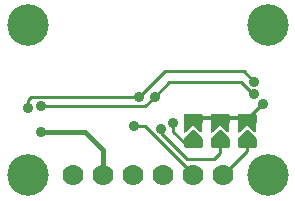
<source format=gbr>
G04 EAGLE Gerber RS-274X export*
G75*
%MOMM*%
%FSLAX34Y34*%
%LPD*%
%INBottom Copper*%
%IPPOS*%
%AMOC8*
5,1,8,0,0,1.08239X$1,22.5*%
G01*
%ADD10C,1.778000*%
%ADD11C,3.516000*%
%ADD12C,0.381000*%
%ADD13C,0.889000*%
%ADD14C,0.406400*%
%ADD15C,0.254000*%
%ADD16C,0.304800*%

G36*
X172063Y61722D02*
X172063Y61722D01*
X172082Y61721D01*
X172201Y61752D01*
X172321Y61779D01*
X172338Y61788D01*
X172357Y61793D01*
X172463Y61856D01*
X172571Y61915D01*
X172585Y61928D01*
X172602Y61939D01*
X172686Y62028D01*
X172773Y62114D01*
X172783Y62131D01*
X172796Y62146D01*
X172852Y62255D01*
X172912Y62362D01*
X172917Y62381D01*
X172926Y62399D01*
X172938Y62472D01*
X172977Y62639D01*
X172975Y62690D01*
X172981Y62730D01*
X172981Y76430D01*
X172973Y76488D01*
X172975Y76546D01*
X172953Y76628D01*
X172941Y76712D01*
X172918Y76765D01*
X172903Y76821D01*
X172860Y76894D01*
X172825Y76971D01*
X172787Y77016D01*
X172758Y77066D01*
X172696Y77124D01*
X172642Y77188D01*
X172593Y77220D01*
X172550Y77260D01*
X172475Y77299D01*
X172405Y77346D01*
X172349Y77363D01*
X172297Y77390D01*
X172229Y77401D01*
X172134Y77431D01*
X172034Y77434D01*
X171966Y77445D01*
X158234Y77445D01*
X158176Y77437D01*
X158118Y77439D01*
X158036Y77417D01*
X157953Y77405D01*
X157899Y77382D01*
X157843Y77367D01*
X157770Y77324D01*
X157693Y77289D01*
X157648Y77251D01*
X157598Y77222D01*
X157540Y77160D01*
X157476Y77106D01*
X157444Y77057D01*
X157404Y77014D01*
X157365Y76939D01*
X157319Y76869D01*
X157301Y76813D01*
X157274Y76761D01*
X157263Y76693D01*
X157233Y76598D01*
X157230Y76498D01*
X157219Y76430D01*
X157219Y62730D01*
X157222Y62711D01*
X157220Y62691D01*
X157241Y62570D01*
X157259Y62449D01*
X157267Y62431D01*
X157270Y62411D01*
X157325Y62301D01*
X157375Y62189D01*
X157388Y62174D01*
X157396Y62156D01*
X157479Y62066D01*
X157559Y61972D01*
X157575Y61961D01*
X157588Y61947D01*
X157693Y61883D01*
X157795Y61815D01*
X157814Y61809D01*
X157831Y61798D01*
X157949Y61766D01*
X158066Y61729D01*
X158086Y61728D01*
X158105Y61723D01*
X158227Y61725D01*
X158350Y61721D01*
X158369Y61726D01*
X158389Y61727D01*
X158507Y61762D01*
X158625Y61793D01*
X158642Y61803D01*
X158661Y61809D01*
X158722Y61851D01*
X158870Y61939D01*
X158905Y61976D01*
X158938Y61999D01*
X165100Y67933D01*
X171262Y61999D01*
X171278Y61987D01*
X171291Y61972D01*
X171393Y61904D01*
X171492Y61832D01*
X171511Y61825D01*
X171527Y61815D01*
X171644Y61777D01*
X171760Y61736D01*
X171779Y61735D01*
X171798Y61729D01*
X171921Y61726D01*
X172043Y61718D01*
X172063Y61722D01*
G37*
G36*
X194923Y61722D02*
X194923Y61722D01*
X194942Y61721D01*
X195061Y61752D01*
X195181Y61779D01*
X195198Y61788D01*
X195217Y61793D01*
X195323Y61856D01*
X195431Y61915D01*
X195445Y61928D01*
X195462Y61939D01*
X195546Y62028D01*
X195633Y62114D01*
X195643Y62131D01*
X195656Y62146D01*
X195712Y62255D01*
X195772Y62362D01*
X195777Y62381D01*
X195786Y62399D01*
X195798Y62472D01*
X195837Y62639D01*
X195835Y62690D01*
X195841Y62730D01*
X195841Y76430D01*
X195833Y76488D01*
X195835Y76546D01*
X195813Y76628D01*
X195801Y76712D01*
X195778Y76765D01*
X195763Y76821D01*
X195720Y76894D01*
X195685Y76971D01*
X195647Y77016D01*
X195618Y77066D01*
X195556Y77124D01*
X195502Y77188D01*
X195453Y77220D01*
X195410Y77260D01*
X195335Y77299D01*
X195265Y77346D01*
X195209Y77363D01*
X195157Y77390D01*
X195089Y77401D01*
X194994Y77431D01*
X194894Y77434D01*
X194826Y77445D01*
X181094Y77445D01*
X181036Y77437D01*
X180978Y77439D01*
X180896Y77417D01*
X180813Y77405D01*
X180759Y77382D01*
X180703Y77367D01*
X180630Y77324D01*
X180553Y77289D01*
X180508Y77251D01*
X180458Y77222D01*
X180400Y77160D01*
X180336Y77106D01*
X180304Y77057D01*
X180264Y77014D01*
X180225Y76939D01*
X180179Y76869D01*
X180161Y76813D01*
X180134Y76761D01*
X180123Y76693D01*
X180093Y76598D01*
X180090Y76498D01*
X180079Y76430D01*
X180079Y62730D01*
X180082Y62711D01*
X180080Y62691D01*
X180101Y62570D01*
X180119Y62449D01*
X180127Y62431D01*
X180130Y62411D01*
X180185Y62301D01*
X180235Y62189D01*
X180248Y62174D01*
X180256Y62156D01*
X180339Y62066D01*
X180419Y61972D01*
X180435Y61961D01*
X180448Y61947D01*
X180553Y61883D01*
X180655Y61815D01*
X180674Y61809D01*
X180691Y61798D01*
X180809Y61766D01*
X180926Y61729D01*
X180946Y61728D01*
X180965Y61723D01*
X181087Y61725D01*
X181210Y61721D01*
X181229Y61726D01*
X181249Y61727D01*
X181367Y61762D01*
X181485Y61793D01*
X181502Y61803D01*
X181521Y61809D01*
X181582Y61851D01*
X181730Y61939D01*
X181765Y61976D01*
X181798Y61999D01*
X187960Y67933D01*
X194122Y61999D01*
X194138Y61987D01*
X194151Y61972D01*
X194253Y61904D01*
X194352Y61832D01*
X194371Y61825D01*
X194387Y61815D01*
X194504Y61777D01*
X194620Y61736D01*
X194639Y61735D01*
X194658Y61729D01*
X194781Y61726D01*
X194903Y61718D01*
X194923Y61722D01*
G37*
G36*
X217783Y61722D02*
X217783Y61722D01*
X217802Y61721D01*
X217921Y61752D01*
X218041Y61779D01*
X218058Y61788D01*
X218077Y61793D01*
X218183Y61856D01*
X218291Y61915D01*
X218305Y61928D01*
X218322Y61939D01*
X218406Y62028D01*
X218493Y62114D01*
X218503Y62131D01*
X218516Y62146D01*
X218572Y62255D01*
X218632Y62362D01*
X218637Y62381D01*
X218646Y62399D01*
X218658Y62472D01*
X218697Y62639D01*
X218695Y62690D01*
X218701Y62730D01*
X218701Y76430D01*
X218693Y76488D01*
X218695Y76546D01*
X218673Y76628D01*
X218661Y76712D01*
X218638Y76765D01*
X218623Y76821D01*
X218580Y76894D01*
X218545Y76971D01*
X218507Y77016D01*
X218478Y77066D01*
X218416Y77124D01*
X218362Y77188D01*
X218313Y77220D01*
X218270Y77260D01*
X218195Y77299D01*
X218125Y77346D01*
X218069Y77363D01*
X218017Y77390D01*
X217949Y77401D01*
X217854Y77431D01*
X217754Y77434D01*
X217686Y77445D01*
X203954Y77445D01*
X203896Y77437D01*
X203838Y77439D01*
X203756Y77417D01*
X203673Y77405D01*
X203619Y77382D01*
X203563Y77367D01*
X203490Y77324D01*
X203413Y77289D01*
X203368Y77251D01*
X203318Y77222D01*
X203260Y77160D01*
X203196Y77106D01*
X203164Y77057D01*
X203124Y77014D01*
X203085Y76939D01*
X203039Y76869D01*
X203021Y76813D01*
X202994Y76761D01*
X202983Y76693D01*
X202953Y76598D01*
X202950Y76498D01*
X202939Y76430D01*
X202939Y62730D01*
X202942Y62711D01*
X202940Y62691D01*
X202961Y62570D01*
X202979Y62449D01*
X202987Y62431D01*
X202990Y62411D01*
X203045Y62301D01*
X203095Y62189D01*
X203108Y62174D01*
X203116Y62156D01*
X203199Y62066D01*
X203279Y61972D01*
X203295Y61961D01*
X203308Y61947D01*
X203413Y61883D01*
X203515Y61815D01*
X203534Y61809D01*
X203551Y61798D01*
X203669Y61766D01*
X203786Y61729D01*
X203806Y61728D01*
X203825Y61723D01*
X203947Y61725D01*
X204070Y61721D01*
X204089Y61726D01*
X204109Y61727D01*
X204227Y61762D01*
X204345Y61793D01*
X204362Y61803D01*
X204381Y61809D01*
X204442Y61851D01*
X204590Y61939D01*
X204625Y61976D01*
X204658Y61999D01*
X210820Y67933D01*
X216982Y61999D01*
X216998Y61987D01*
X217011Y61972D01*
X217113Y61904D01*
X217212Y61832D01*
X217231Y61825D01*
X217247Y61815D01*
X217364Y61777D01*
X217480Y61736D01*
X217499Y61735D01*
X217518Y61729D01*
X217641Y61726D01*
X217763Y61718D01*
X217783Y61722D01*
G37*
G36*
X172024Y49563D02*
X172024Y49563D01*
X172082Y49561D01*
X172164Y49583D01*
X172248Y49595D01*
X172301Y49619D01*
X172357Y49633D01*
X172430Y49676D01*
X172507Y49711D01*
X172552Y49749D01*
X172602Y49779D01*
X172660Y49840D01*
X172724Y49895D01*
X172756Y49943D01*
X172796Y49986D01*
X172835Y50061D01*
X172882Y50131D01*
X172899Y50187D01*
X172926Y50239D01*
X172937Y50307D01*
X172967Y50402D01*
X172970Y50502D01*
X172981Y50570D01*
X172981Y56785D01*
X172966Y56890D01*
X172959Y56997D01*
X172947Y57031D01*
X172941Y57067D01*
X172898Y57164D01*
X172861Y57264D01*
X172842Y57289D01*
X172825Y57326D01*
X172692Y57484D01*
X172656Y57530D01*
X165790Y63896D01*
X165758Y63918D01*
X165731Y63946D01*
X165642Y63999D01*
X165557Y64058D01*
X165520Y64070D01*
X165486Y64090D01*
X165386Y64116D01*
X165288Y64149D01*
X165248Y64151D01*
X165210Y64160D01*
X165107Y64157D01*
X165004Y64162D01*
X164965Y64152D01*
X164926Y64151D01*
X164828Y64119D01*
X164727Y64095D01*
X164693Y64076D01*
X164655Y64064D01*
X164592Y64019D01*
X164480Y63955D01*
X164428Y63901D01*
X164382Y63869D01*
X157516Y57003D01*
X157464Y56933D01*
X157404Y56869D01*
X157378Y56820D01*
X157345Y56776D01*
X157314Y56694D01*
X157274Y56616D01*
X157266Y56569D01*
X157244Y56510D01*
X157232Y56362D01*
X157219Y56285D01*
X157219Y50570D01*
X157227Y50512D01*
X157225Y50454D01*
X157247Y50372D01*
X157259Y50289D01*
X157283Y50235D01*
X157297Y50179D01*
X157340Y50106D01*
X157375Y50029D01*
X157413Y49984D01*
X157443Y49934D01*
X157504Y49876D01*
X157559Y49812D01*
X157607Y49780D01*
X157650Y49740D01*
X157725Y49701D01*
X157795Y49655D01*
X157851Y49637D01*
X157903Y49610D01*
X157971Y49599D01*
X158066Y49569D01*
X158166Y49566D01*
X158234Y49555D01*
X171966Y49555D01*
X172024Y49563D01*
G37*
G36*
X194884Y49563D02*
X194884Y49563D01*
X194942Y49561D01*
X195024Y49583D01*
X195108Y49595D01*
X195161Y49619D01*
X195217Y49633D01*
X195290Y49676D01*
X195367Y49711D01*
X195412Y49749D01*
X195462Y49779D01*
X195520Y49840D01*
X195584Y49895D01*
X195616Y49943D01*
X195656Y49986D01*
X195695Y50061D01*
X195742Y50131D01*
X195759Y50187D01*
X195786Y50239D01*
X195797Y50307D01*
X195827Y50402D01*
X195830Y50502D01*
X195841Y50570D01*
X195841Y56785D01*
X195826Y56890D01*
X195819Y56997D01*
X195807Y57031D01*
X195801Y57067D01*
X195758Y57164D01*
X195721Y57264D01*
X195702Y57289D01*
X195685Y57326D01*
X195552Y57484D01*
X195516Y57530D01*
X188650Y63896D01*
X188618Y63918D01*
X188591Y63946D01*
X188502Y63999D01*
X188417Y64058D01*
X188380Y64070D01*
X188346Y64090D01*
X188246Y64116D01*
X188148Y64149D01*
X188108Y64151D01*
X188070Y64160D01*
X187967Y64157D01*
X187864Y64162D01*
X187825Y64152D01*
X187786Y64151D01*
X187688Y64119D01*
X187587Y64095D01*
X187553Y64076D01*
X187515Y64064D01*
X187452Y64019D01*
X187340Y63955D01*
X187288Y63901D01*
X187242Y63869D01*
X180376Y57003D01*
X180324Y56933D01*
X180264Y56869D01*
X180238Y56820D01*
X180205Y56776D01*
X180174Y56694D01*
X180134Y56616D01*
X180126Y56569D01*
X180104Y56510D01*
X180092Y56362D01*
X180079Y56285D01*
X180079Y50570D01*
X180087Y50512D01*
X180085Y50454D01*
X180107Y50372D01*
X180119Y50289D01*
X180143Y50235D01*
X180157Y50179D01*
X180200Y50106D01*
X180235Y50029D01*
X180273Y49984D01*
X180303Y49934D01*
X180364Y49876D01*
X180419Y49812D01*
X180467Y49780D01*
X180510Y49740D01*
X180585Y49701D01*
X180655Y49655D01*
X180711Y49637D01*
X180763Y49610D01*
X180831Y49599D01*
X180926Y49569D01*
X181026Y49566D01*
X181094Y49555D01*
X194826Y49555D01*
X194884Y49563D01*
G37*
G36*
X217744Y49563D02*
X217744Y49563D01*
X217802Y49561D01*
X217884Y49583D01*
X217968Y49595D01*
X218021Y49619D01*
X218077Y49633D01*
X218150Y49676D01*
X218227Y49711D01*
X218272Y49749D01*
X218322Y49779D01*
X218380Y49840D01*
X218444Y49895D01*
X218476Y49943D01*
X218516Y49986D01*
X218555Y50061D01*
X218602Y50131D01*
X218619Y50187D01*
X218646Y50239D01*
X218657Y50307D01*
X218687Y50402D01*
X218690Y50502D01*
X218701Y50570D01*
X218701Y56785D01*
X218686Y56890D01*
X218679Y56997D01*
X218667Y57031D01*
X218661Y57067D01*
X218618Y57164D01*
X218581Y57264D01*
X218562Y57289D01*
X218545Y57326D01*
X218412Y57484D01*
X218376Y57530D01*
X211510Y63896D01*
X211478Y63918D01*
X211451Y63946D01*
X211362Y63999D01*
X211277Y64058D01*
X211240Y64070D01*
X211206Y64090D01*
X211106Y64116D01*
X211008Y64149D01*
X210968Y64151D01*
X210930Y64160D01*
X210827Y64157D01*
X210724Y64162D01*
X210685Y64152D01*
X210646Y64151D01*
X210548Y64119D01*
X210447Y64095D01*
X210413Y64076D01*
X210375Y64064D01*
X210312Y64019D01*
X210200Y63955D01*
X210148Y63901D01*
X210102Y63869D01*
X203236Y57003D01*
X203184Y56933D01*
X203124Y56869D01*
X203098Y56820D01*
X203065Y56776D01*
X203034Y56694D01*
X202994Y56616D01*
X202986Y56569D01*
X202964Y56510D01*
X202952Y56362D01*
X202939Y56285D01*
X202939Y50570D01*
X202947Y50512D01*
X202945Y50454D01*
X202967Y50372D01*
X202979Y50289D01*
X203003Y50235D01*
X203017Y50179D01*
X203060Y50106D01*
X203095Y50029D01*
X203133Y49984D01*
X203163Y49934D01*
X203224Y49876D01*
X203279Y49812D01*
X203327Y49780D01*
X203370Y49740D01*
X203445Y49701D01*
X203515Y49655D01*
X203571Y49637D01*
X203623Y49610D01*
X203691Y49599D01*
X203786Y49569D01*
X203886Y49566D01*
X203954Y49555D01*
X217686Y49555D01*
X217744Y49563D01*
G37*
D10*
X63500Y25400D03*
X88900Y25400D03*
X114300Y25400D03*
X139700Y25400D03*
X165100Y25400D03*
X190500Y25400D03*
D11*
X25400Y152400D03*
X228600Y152400D03*
X25400Y25400D03*
X228600Y25400D03*
D12*
X216535Y51435D02*
X216535Y55245D01*
X216535Y51435D02*
X205105Y51435D01*
X205105Y55245D01*
X216535Y55245D01*
X216535Y55054D02*
X205105Y55054D01*
X216535Y71755D02*
X216535Y75565D01*
X216535Y71755D02*
X205105Y71755D01*
X205105Y75565D01*
X216535Y75565D01*
X216535Y75374D02*
X205105Y75374D01*
X193675Y55245D02*
X193675Y51435D01*
X182245Y51435D01*
X182245Y55245D01*
X193675Y55245D01*
X193675Y55054D02*
X182245Y55054D01*
X193675Y71755D02*
X193675Y75565D01*
X193675Y71755D02*
X182245Y71755D01*
X182245Y75565D01*
X193675Y75565D01*
X193675Y75374D02*
X182245Y75374D01*
X170815Y55245D02*
X170815Y51435D01*
X159385Y51435D01*
X159385Y55245D01*
X170815Y55245D01*
X170815Y55054D02*
X159385Y55054D01*
X170815Y71755D02*
X170815Y75565D01*
X170815Y71755D02*
X159385Y71755D01*
X159385Y75565D01*
X170815Y75565D01*
X170815Y75374D02*
X159385Y75374D01*
D13*
X36830Y62230D03*
D14*
X73660Y62230D01*
X88900Y46990D01*
X88900Y25400D01*
D13*
X217170Y93980D03*
D15*
X215900Y93980D01*
X205740Y104140D01*
X144780Y104140D01*
X132715Y92075D01*
D13*
X132715Y92075D03*
X36830Y83820D03*
D15*
X124460Y83820D01*
X132715Y92075D01*
D13*
X217170Y104902D03*
D15*
X208280Y113792D01*
X141732Y113792D01*
X119778Y91838D01*
D13*
X119778Y91838D03*
X25400Y82550D03*
D15*
X25400Y88900D01*
X28067Y91567D02*
X119507Y91567D01*
X119778Y91838D01*
X28067Y91567D02*
X25400Y88900D01*
D16*
X165100Y73660D02*
X187960Y73660D01*
X210820Y73660D01*
X212296Y73660D01*
X224258Y85622D01*
D13*
X224258Y85622D03*
X115570Y67310D03*
D15*
X124460Y67310D01*
X165735Y26035D01*
X165100Y25400D01*
X210820Y45720D02*
X210820Y53340D01*
X210820Y45720D02*
X190500Y25400D01*
X187960Y44450D02*
X187960Y53340D01*
X187960Y44450D02*
X182880Y39370D01*
X160020Y39370D01*
D13*
X138055Y64939D03*
D15*
X138055Y61335D01*
X160020Y39370D01*
D13*
X148590Y69850D03*
D15*
X148590Y62230D01*
X157480Y53340D02*
X165100Y53340D01*
X157480Y53340D02*
X148590Y62230D01*
M02*

</source>
